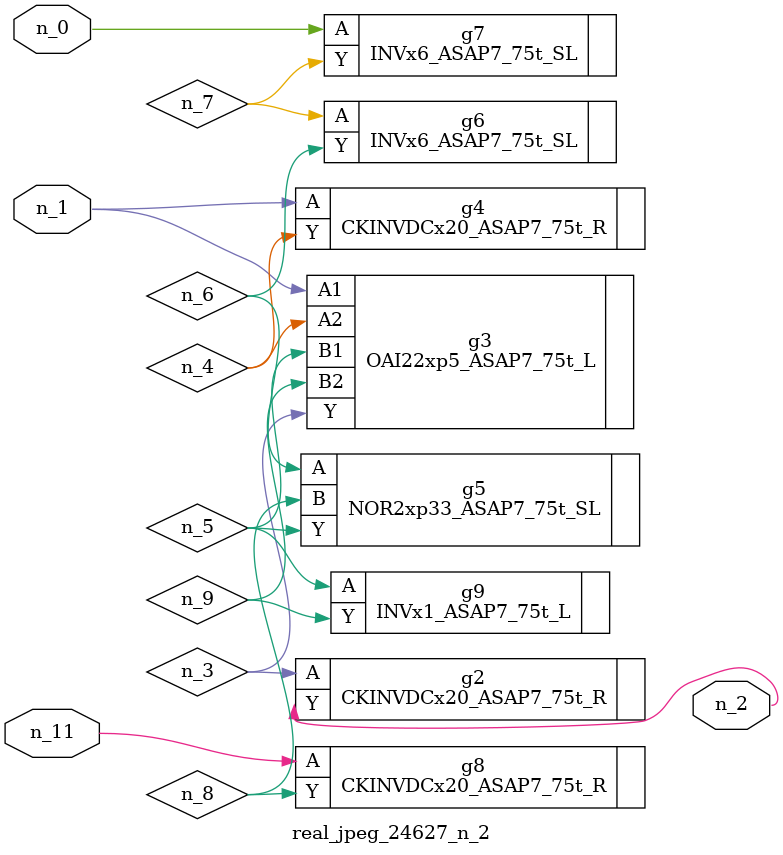
<source format=v>
module real_jpeg_24627_n_2 (n_1, n_11, n_0, n_2);

input n_1;
input n_11;
input n_0;

output n_2;

wire n_5;
wire n_4;
wire n_8;
wire n_6;
wire n_7;
wire n_3;
wire n_9;

INVx6_ASAP7_75t_SL g7 ( 
.A(n_0),
.Y(n_7)
);

OAI22xp5_ASAP7_75t_L g3 ( 
.A1(n_1),
.A2(n_4),
.B1(n_5),
.B2(n_9),
.Y(n_3)
);

CKINVDCx20_ASAP7_75t_R g4 ( 
.A(n_1),
.Y(n_4)
);

CKINVDCx20_ASAP7_75t_R g2 ( 
.A(n_3),
.Y(n_2)
);

INVx1_ASAP7_75t_L g9 ( 
.A(n_5),
.Y(n_9)
);

NOR2xp33_ASAP7_75t_SL g5 ( 
.A(n_6),
.B(n_8),
.Y(n_5)
);

INVx6_ASAP7_75t_SL g6 ( 
.A(n_7),
.Y(n_6)
);

CKINVDCx20_ASAP7_75t_R g8 ( 
.A(n_11),
.Y(n_8)
);


endmodule
</source>
